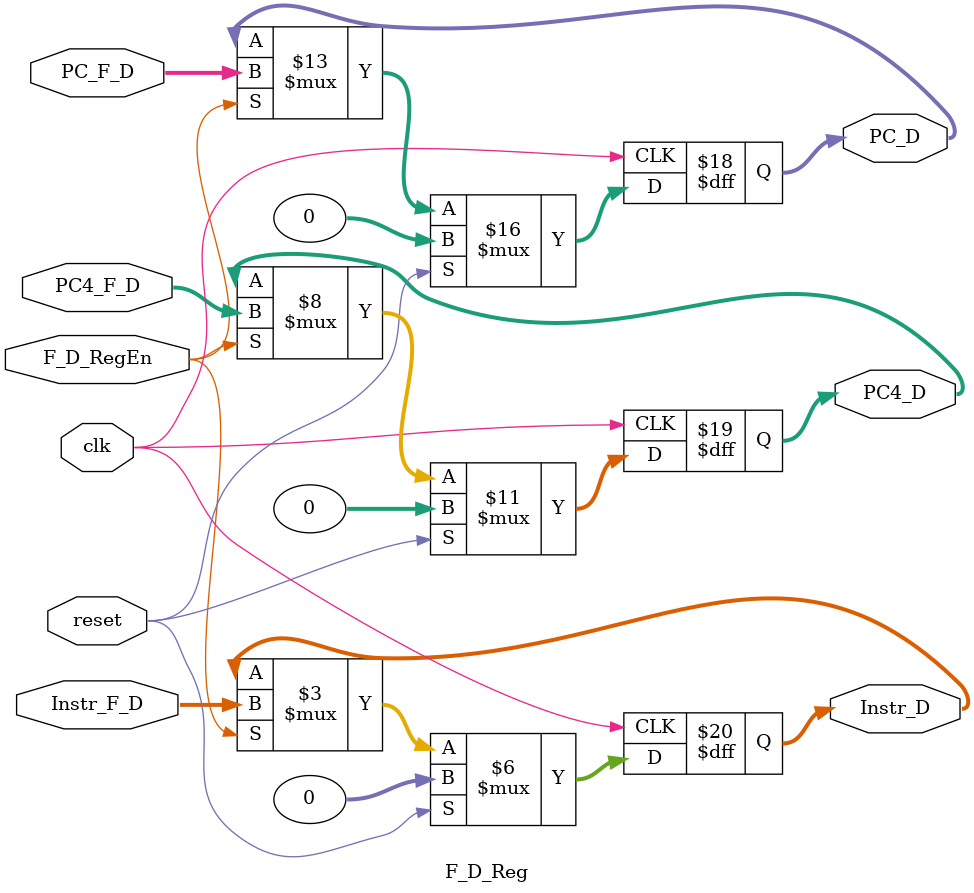
<source format=v>
`timescale 1ns / 1ps
module F_D_Reg(
    input [31:0] PC_F_D,
    input [31:0] PC4_F_D,
    input [31:0] Instr_F_D,
    input clk,
    input reset,
    input F_D_RegEn,
    output reg [31:0] PC_D,
    output reg [31:0] PC4_D,
    output reg [31:0] Instr_D
    );
	initial begin
		PC_D <= 0;
		PC4_D <= 0;
		Instr_D <= 0;
	end
	always @(posedge clk) begin
		if(reset) begin
			PC_D <= 0;
			PC4_D <= 0;
			Instr_D <= 0;
		end
		else begin
			if(F_D_RegEn) begin
				PC_D <= PC_F_D;
				PC4_D <= PC4_F_D;
				Instr_D <= Instr_F_D;
			end
		end
	end

endmodule

</source>
